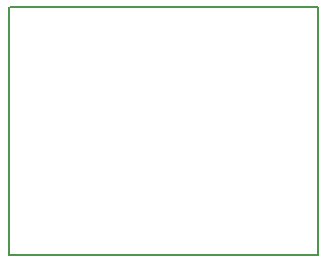
<source format=gbr>
G04 #@! TF.FileFunction,Profile,NP*
%FSLAX46Y46*%
G04 Gerber Fmt 4.6, Leading zero omitted, Abs format (unit mm)*
G04 Created by KiCad (PCBNEW 4.0.6) date 12/10/17 20:55:37*
%MOMM*%
%LPD*%
G01*
G04 APERTURE LIST*
%ADD10C,0.100000*%
%ADD11C,0.150000*%
G04 APERTURE END LIST*
D10*
D11*
X128270000Y-119126000D02*
X128270000Y-98171000D01*
X154432000Y-119126000D02*
X128270000Y-119126000D01*
X154432000Y-98171000D02*
X154432000Y-119126000D01*
X128397000Y-98171000D02*
X154432000Y-98171000D01*
M02*

</source>
